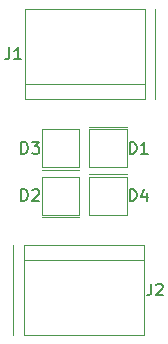
<source format=gto>
G04 #@! TF.GenerationSoftware,KiCad,Pcbnew,(5.1.0)-1*
G04 #@! TF.CreationDate,2019-08-16T17:36:45+05:30*
G04 #@! TF.ProjectId,SFH4715AS_breakout,53464834-3731-4354-9153-5f627265616b,rev?*
G04 #@! TF.SameCoordinates,Original*
G04 #@! TF.FileFunction,Legend,Top*
G04 #@! TF.FilePolarity,Positive*
%FSLAX46Y46*%
G04 Gerber Fmt 4.6, Leading zero omitted, Abs format (unit mm)*
G04 Created by KiCad (PCBNEW (5.1.0)-1) date 2019-08-16 17:36:45*
%MOMM*%
%LPD*%
G04 APERTURE LIST*
%ADD10C,0.120000*%
%ADD11C,0.150000*%
G04 APERTURE END LIST*
D10*
X31000000Y-18800000D02*
X31000000Y-11200000D01*
X19000000Y-31200000D02*
X19000000Y-38800000D01*
X24600000Y-28800000D02*
X21400000Y-28800000D01*
X24600000Y-28600000D02*
X24600000Y-25400000D01*
X21400000Y-28600000D02*
X24600000Y-28600000D01*
X21400000Y-25400000D02*
X21400000Y-28600000D01*
X24600000Y-25400000D02*
X21400000Y-25400000D01*
X25400000Y-21200000D02*
X28600000Y-21200000D01*
X25400000Y-21400000D02*
X25400000Y-24600000D01*
X28600000Y-21400000D02*
X25400000Y-21400000D01*
X28600000Y-24600000D02*
X28600000Y-21400000D01*
X25400000Y-24600000D02*
X28600000Y-24600000D01*
X19960000Y-18810000D02*
X30120000Y-18810000D01*
X19960000Y-11190000D02*
X19960000Y-18810000D01*
X30120000Y-11190000D02*
X19960000Y-11190000D01*
X30120000Y-18810000D02*
X30120000Y-11190000D01*
X30120000Y-17540000D02*
X19960000Y-17540000D01*
X30040000Y-31190000D02*
X19880000Y-31190000D01*
X30040000Y-38810000D02*
X30040000Y-31190000D01*
X19880000Y-38810000D02*
X30040000Y-38810000D01*
X19880000Y-31190000D02*
X19880000Y-38810000D01*
X19880000Y-32460000D02*
X30040000Y-32460000D01*
X24600000Y-21400000D02*
X21400000Y-21400000D01*
X21400000Y-21400000D02*
X21400000Y-24600000D01*
X21400000Y-24600000D02*
X24600000Y-24600000D01*
X24600000Y-24600000D02*
X24600000Y-21400000D01*
X24600000Y-24800000D02*
X21400000Y-24800000D01*
X25400000Y-25200000D02*
X28600000Y-25200000D01*
X25400000Y-25400000D02*
X25400000Y-28600000D01*
X28600000Y-25400000D02*
X25400000Y-25400000D01*
X28600000Y-28600000D02*
X28600000Y-25400000D01*
X25400000Y-28600000D02*
X28600000Y-28600000D01*
D11*
X19661904Y-27452380D02*
X19661904Y-26452380D01*
X19900000Y-26452380D01*
X20042857Y-26500000D01*
X20138095Y-26595238D01*
X20185714Y-26690476D01*
X20233333Y-26880952D01*
X20233333Y-27023809D01*
X20185714Y-27214285D01*
X20138095Y-27309523D01*
X20042857Y-27404761D01*
X19900000Y-27452380D01*
X19661904Y-27452380D01*
X20614285Y-26547619D02*
X20661904Y-26500000D01*
X20757142Y-26452380D01*
X20995238Y-26452380D01*
X21090476Y-26500000D01*
X21138095Y-26547619D01*
X21185714Y-26642857D01*
X21185714Y-26738095D01*
X21138095Y-26880952D01*
X20566666Y-27452380D01*
X21185714Y-27452380D01*
X28861904Y-23452380D02*
X28861904Y-22452380D01*
X29100000Y-22452380D01*
X29242857Y-22500000D01*
X29338095Y-22595238D01*
X29385714Y-22690476D01*
X29433333Y-22880952D01*
X29433333Y-23023809D01*
X29385714Y-23214285D01*
X29338095Y-23309523D01*
X29242857Y-23404761D01*
X29100000Y-23452380D01*
X28861904Y-23452380D01*
X30385714Y-23452380D02*
X29814285Y-23452380D01*
X30100000Y-23452380D02*
X30100000Y-22452380D01*
X30004761Y-22595238D01*
X29909523Y-22690476D01*
X29814285Y-22738095D01*
X18666666Y-14452380D02*
X18666666Y-15166666D01*
X18619047Y-15309523D01*
X18523809Y-15404761D01*
X18380952Y-15452380D01*
X18285714Y-15452380D01*
X19666666Y-15452380D02*
X19095238Y-15452380D01*
X19380952Y-15452380D02*
X19380952Y-14452380D01*
X19285714Y-14595238D01*
X19190476Y-14690476D01*
X19095238Y-14738095D01*
X30666666Y-34452380D02*
X30666666Y-35166666D01*
X30619047Y-35309523D01*
X30523809Y-35404761D01*
X30380952Y-35452380D01*
X30285714Y-35452380D01*
X31095238Y-34547619D02*
X31142857Y-34500000D01*
X31238095Y-34452380D01*
X31476190Y-34452380D01*
X31571428Y-34500000D01*
X31619047Y-34547619D01*
X31666666Y-34642857D01*
X31666666Y-34738095D01*
X31619047Y-34880952D01*
X31047619Y-35452380D01*
X31666666Y-35452380D01*
X19661904Y-23452380D02*
X19661904Y-22452380D01*
X19900000Y-22452380D01*
X20042857Y-22500000D01*
X20138095Y-22595238D01*
X20185714Y-22690476D01*
X20233333Y-22880952D01*
X20233333Y-23023809D01*
X20185714Y-23214285D01*
X20138095Y-23309523D01*
X20042857Y-23404761D01*
X19900000Y-23452380D01*
X19661904Y-23452380D01*
X20566666Y-22452380D02*
X21185714Y-22452380D01*
X20852380Y-22833333D01*
X20995238Y-22833333D01*
X21090476Y-22880952D01*
X21138095Y-22928571D01*
X21185714Y-23023809D01*
X21185714Y-23261904D01*
X21138095Y-23357142D01*
X21090476Y-23404761D01*
X20995238Y-23452380D01*
X20709523Y-23452380D01*
X20614285Y-23404761D01*
X20566666Y-23357142D01*
X28861904Y-27452380D02*
X28861904Y-26452380D01*
X29100000Y-26452380D01*
X29242857Y-26500000D01*
X29338095Y-26595238D01*
X29385714Y-26690476D01*
X29433333Y-26880952D01*
X29433333Y-27023809D01*
X29385714Y-27214285D01*
X29338095Y-27309523D01*
X29242857Y-27404761D01*
X29100000Y-27452380D01*
X28861904Y-27452380D01*
X30290476Y-26785714D02*
X30290476Y-27452380D01*
X30052380Y-26404761D02*
X29814285Y-27119047D01*
X30433333Y-27119047D01*
M02*

</source>
